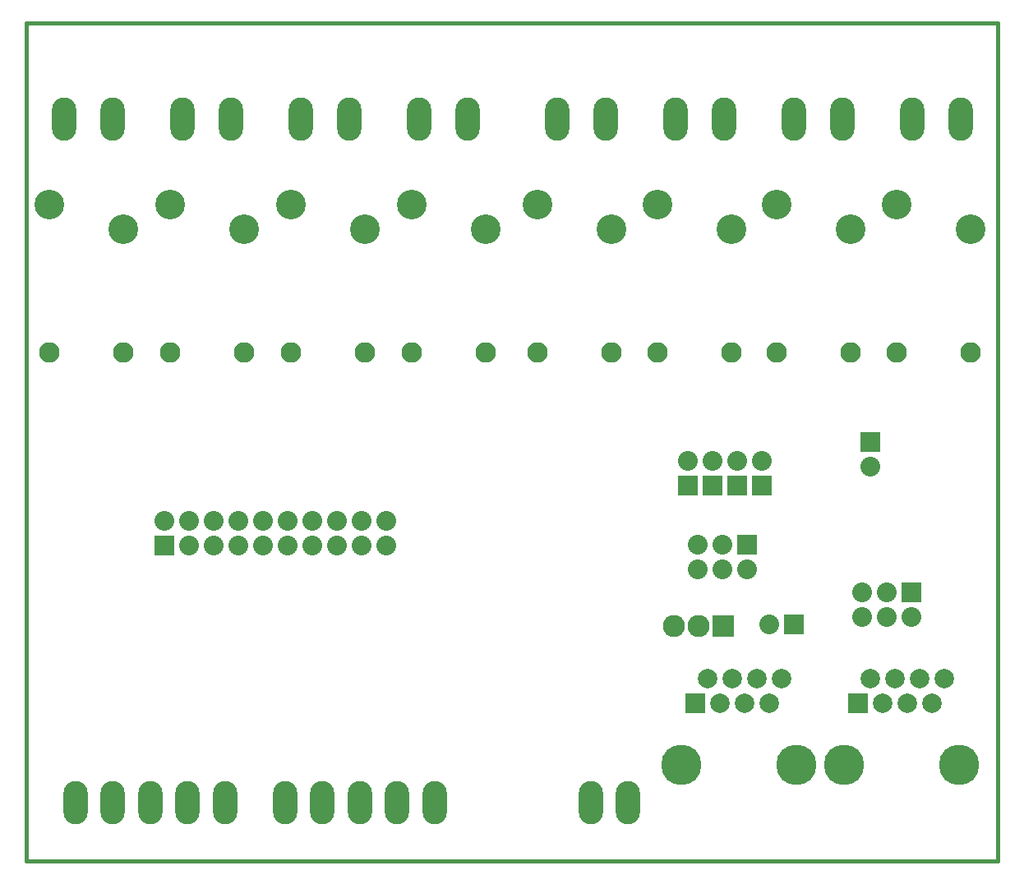
<source format=gbs>
G04 (created by PCBNEW (2013-mar-13)-testing) date jeu. 20 juin 2013 22:04:04 CEST*
%MOIN*%
G04 Gerber Fmt 3.4, Leading zero omitted, Abs format*
%FSLAX34Y34*%
G01*
G70*
G90*
G04 APERTURE LIST*
%ADD10C,0.005906*%
%ADD11C,0.015000*%
%ADD12C,0.163700*%
%ADD13R,0.079100X0.079100*%
%ADD14C,0.079100*%
%ADD15R,0.080000X0.080000*%
%ADD16C,0.080000*%
%ADD17O,0.098000X0.176000*%
%ADD18C,0.090000*%
%ADD19R,0.090000X0.090000*%
%ADD20C,0.083000*%
%ADD21C,0.120000*%
G04 APERTURE END LIST*
G54D10*
G54D11*
X71500Y-62000D02*
X110900Y-62000D01*
X71500Y-28000D02*
X110900Y-28000D01*
X110900Y-28000D02*
X110800Y-28000D01*
X110900Y-62000D02*
X110900Y-28000D01*
X71500Y-62000D02*
X71500Y-28000D01*
G54D12*
X102738Y-58112D03*
X98065Y-58112D03*
G54D13*
X98650Y-55612D03*
G54D14*
X99150Y-54612D03*
X99650Y-55612D03*
X100150Y-54612D03*
X100650Y-55612D03*
X101150Y-54612D03*
X101650Y-55612D03*
X102150Y-54612D03*
G54D12*
X109338Y-58112D03*
X104665Y-58112D03*
G54D13*
X105250Y-55612D03*
G54D14*
X105750Y-54612D03*
X106250Y-55612D03*
X106750Y-54612D03*
X107250Y-55612D03*
X107750Y-54612D03*
X108250Y-55612D03*
X108750Y-54612D03*
G54D15*
X77100Y-49200D03*
G54D16*
X77100Y-48200D03*
X78100Y-49200D03*
X78100Y-48200D03*
X79100Y-49200D03*
X79100Y-48200D03*
X80100Y-49200D03*
X80100Y-48200D03*
X81100Y-49200D03*
X81100Y-48200D03*
X82100Y-49200D03*
X82100Y-48200D03*
X83100Y-49200D03*
X83100Y-48200D03*
X84100Y-49200D03*
X84100Y-48200D03*
X85100Y-49200D03*
X85100Y-48200D03*
X86100Y-49200D03*
X86100Y-48200D03*
G54D15*
X102625Y-52400D03*
G54D16*
X101625Y-52400D03*
G54D17*
X82000Y-59645D03*
X83515Y-59645D03*
X85031Y-59645D03*
X86547Y-59645D03*
X88062Y-59645D03*
X73500Y-59645D03*
X75015Y-59645D03*
X76531Y-59645D03*
X78047Y-59645D03*
X79562Y-59645D03*
G54D15*
X107400Y-51112D03*
G54D16*
X107400Y-52112D03*
X106400Y-51112D03*
X106400Y-52112D03*
X105400Y-51112D03*
X105400Y-52112D03*
G54D15*
X101350Y-46750D03*
G54D16*
X101350Y-45750D03*
G54D15*
X100350Y-46750D03*
G54D16*
X100350Y-45750D03*
G54D15*
X98350Y-46750D03*
G54D16*
X98350Y-45750D03*
G54D15*
X105725Y-45000D03*
G54D16*
X105725Y-46000D03*
G54D15*
X99350Y-46750D03*
G54D16*
X99350Y-45750D03*
G54D15*
X100725Y-49150D03*
G54D16*
X100725Y-50150D03*
X99725Y-49150D03*
X99725Y-50150D03*
X98725Y-49150D03*
X98725Y-50150D03*
G54D18*
X97775Y-52450D03*
X98775Y-52450D03*
G54D19*
X99775Y-52450D03*
G54D17*
X94400Y-59645D03*
X95915Y-59645D03*
G54D20*
X72450Y-41350D03*
X75442Y-41350D03*
G54D21*
X75442Y-36350D03*
X72450Y-35350D03*
G54D20*
X77350Y-41350D03*
X80342Y-41350D03*
G54D21*
X80342Y-36350D03*
X77350Y-35350D03*
G54D20*
X82250Y-41350D03*
X85242Y-41350D03*
G54D21*
X85242Y-36350D03*
X82250Y-35350D03*
G54D20*
X87150Y-41350D03*
X90142Y-41350D03*
G54D21*
X90142Y-36350D03*
X87150Y-35350D03*
G54D17*
X74990Y-31889D03*
X73020Y-31889D03*
X79790Y-31889D03*
X77820Y-31889D03*
X84590Y-31889D03*
X82620Y-31889D03*
X89390Y-31889D03*
X87420Y-31889D03*
X94990Y-31889D03*
X93020Y-31889D03*
X99790Y-31889D03*
X97820Y-31889D03*
X104590Y-31889D03*
X102620Y-31889D03*
X109390Y-31889D03*
X107420Y-31889D03*
G54D20*
X106800Y-41350D03*
X109792Y-41350D03*
G54D21*
X109792Y-36350D03*
X106800Y-35350D03*
G54D20*
X101950Y-41350D03*
X104942Y-41350D03*
G54D21*
X104942Y-36350D03*
X101950Y-35350D03*
G54D20*
X97100Y-41350D03*
X100092Y-41350D03*
G54D21*
X100092Y-36350D03*
X97100Y-35350D03*
G54D20*
X92250Y-41350D03*
X95242Y-41350D03*
G54D21*
X95242Y-36350D03*
X92250Y-35350D03*
M02*

</source>
